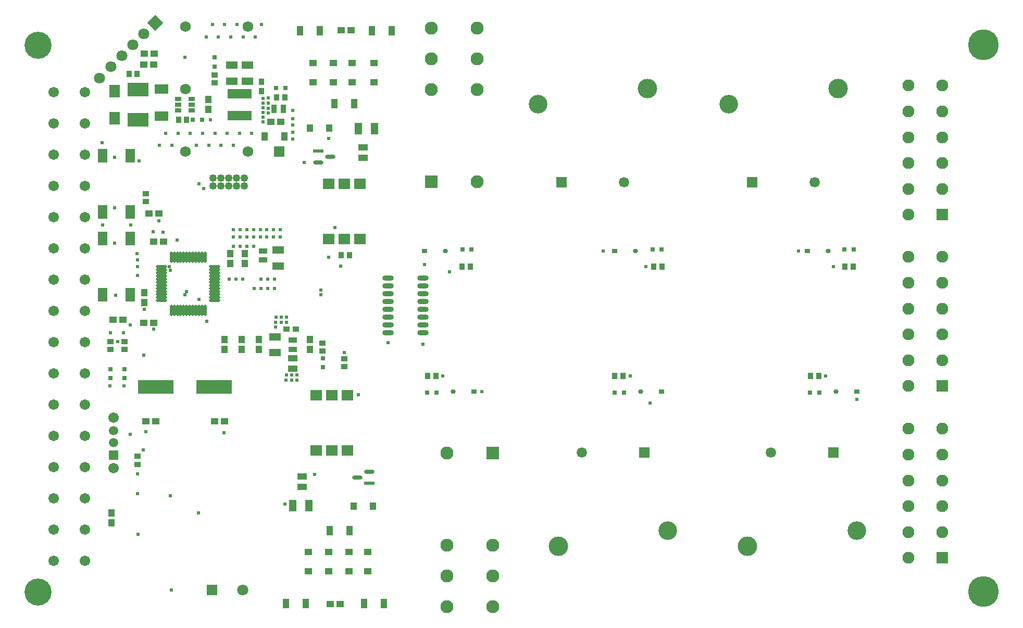
<source format=gts>
G04*
G04 #@! TF.GenerationSoftware,Altium Limited,Altium Designer,21.6.4 (81)*
G04*
G04 Layer_Color=8388736*
%FSLAX25Y25*%
%MOIN*%
G70*
G04*
G04 #@! TF.SameCoordinates,D5C6F8BD-756C-4CA3-9184-76241C2A0D58*
G04*
G04*
G04 #@! TF.FilePolarity,Negative*
G04*
G01*
G75*
%ADD20R,0.03985X0.04758*%
%ADD22R,0.03937X0.05906*%
%ADD25R,0.06530X0.02468*%
G04:AMPARAMS|DCode=26|XSize=65.3mil|YSize=24.68mil|CornerRadius=12.34mil|HoleSize=0mil|Usage=FLASHONLY|Rotation=180.000|XOffset=0mil|YOffset=0mil|HoleType=Round|Shape=RoundedRectangle|*
%AMROUNDEDRECTD26*
21,1,0.06530,0.00000,0,0,180.0*
21,1,0.04063,0.02468,0,0,180.0*
1,1,0.02468,-0.02031,0.00000*
1,1,0.02468,0.02031,0.00000*
1,1,0.02468,0.02031,0.00000*
1,1,0.02468,-0.02031,0.00000*
%
%ADD26ROUNDEDRECTD26*%
%ADD29R,0.04758X0.03985*%
%ADD38R,0.15748X0.05906*%
G04:AMPARAMS|DCode=40|XSize=31.82mil|YSize=29.22mil|CornerRadius=14.61mil|HoleSize=0mil|Usage=FLASHONLY|Rotation=0.000|XOffset=0mil|YOffset=0mil|HoleType=Round|Shape=RoundedRectangle|*
%AMROUNDEDRECTD40*
21,1,0.03182,0.00000,0,0,0.0*
21,1,0.00260,0.02922,0,0,0.0*
1,1,0.02922,0.00130,0.00000*
1,1,0.02922,-0.00130,0.00000*
1,1,0.02922,-0.00130,0.00000*
1,1,0.02922,0.00130,0.00000*
%
%ADD40ROUNDEDRECTD40*%
%ADD41R,0.03182X0.02922*%
%ADD42R,0.03150X0.03150*%
%ADD43R,0.03150X0.03150*%
%ADD45R,0.07087X0.08268*%
%ADD48R,0.05315X0.03740*%
%ADD49R,0.03740X0.05315*%
%ADD50R,0.03937X0.02756*%
%ADD51R,0.06312X0.09068*%
%ADD52R,0.07808X0.06784*%
%ADD53R,0.04147X0.03753*%
%ADD54R,0.06115X0.04147*%
%ADD55R,0.04540X0.04343*%
%ADD56R,0.04343X0.04540*%
%ADD57R,0.05131X0.07493*%
%ADD58R,0.03753X0.04147*%
%ADD59R,0.22847X0.09068*%
%ADD60O,0.01981X0.07296*%
%ADD61O,0.07296X0.01981*%
%ADD62O,0.07296X0.03359*%
%ADD63R,0.04147X0.03556*%
%ADD64R,0.03556X0.04147*%
%ADD65R,0.13202X0.08517*%
%ADD66R,0.04383X0.05603*%
%ADD67R,0.09068X0.06312*%
%ADD68R,0.07493X0.05131*%
%ADD69C,0.08280*%
%ADD70R,0.08280X0.08280*%
%ADD71C,0.11929*%
%ADD72C,0.12441*%
%ADD73C,0.06653*%
%ADD74R,0.06653X0.06653*%
%ADD75C,0.06800*%
%ADD76R,0.06800X0.06800*%
%ADD77C,0.06706*%
%ADD78C,0.17335*%
%ADD79R,0.07690X0.07690*%
%ADD80C,0.07690*%
%ADD81C,0.07099*%
%ADD82P,0.10040X4X270.0*%
%ADD83C,0.04934*%
%ADD84R,0.05950X0.05950*%
%ADD85C,0.05950*%
%ADD86C,0.19698*%
%ADD87R,0.07099X0.07099*%
%ADD88C,0.02375*%
D20*
X134000Y232000D02*
D03*
Y238314D02*
D03*
X143437Y232000D02*
D03*
Y238314D02*
D03*
X130425Y183157D02*
D03*
Y176843D02*
D03*
X152425Y183314D02*
D03*
Y177000D02*
D03*
X141425Y183314D02*
D03*
Y177000D02*
D03*
X79000Y213157D02*
D03*
Y206843D02*
D03*
X185000Y176843D02*
D03*
Y183157D02*
D03*
X120000Y330504D02*
D03*
Y336818D02*
D03*
X58000Y72314D02*
D03*
Y66000D02*
D03*
D22*
X210299Y61000D02*
D03*
X197701D02*
D03*
X232299Y14221D02*
D03*
X219701D02*
D03*
X169701D02*
D03*
X182299D02*
D03*
X200701Y334221D02*
D03*
X213299D02*
D03*
X178701Y381000D02*
D03*
X191299D02*
D03*
X237299D02*
D03*
X224701D02*
D03*
D25*
X222845Y91398D02*
D03*
X190155Y303823D02*
D03*
D26*
X222845Y98602D02*
D03*
X215155Y95000D02*
D03*
X190155Y296618D02*
D03*
X197845Y300221D02*
D03*
D29*
X197843Y14000D02*
D03*
X204157D02*
D03*
X211157Y381221D02*
D03*
X204843D02*
D03*
X159803Y322448D02*
D03*
X166117D02*
D03*
X78743Y359300D02*
D03*
X85057D02*
D03*
X85157Y366400D02*
D03*
X78843D02*
D03*
X78686Y194000D02*
D03*
X85000D02*
D03*
X91157Y246000D02*
D03*
X84843D02*
D03*
X86157Y131000D02*
D03*
X79843D02*
D03*
X123843D02*
D03*
X130157D02*
D03*
X65157Y196000D02*
D03*
X58843D02*
D03*
X88157Y264000D02*
D03*
X81843D02*
D03*
D38*
X140000Y326575D02*
D03*
Y340748D02*
D03*
D40*
X271614Y240000D02*
D03*
X276772Y150000D02*
D03*
X521772D02*
D03*
X396772D02*
D03*
X516614Y240000D02*
D03*
X393228D02*
D03*
D41*
X258386D02*
D03*
X290000Y150000D02*
D03*
X535000D02*
D03*
X410000D02*
D03*
X503386Y240000D02*
D03*
X380000D02*
D03*
D42*
X288402Y240870D02*
D03*
X282497D02*
D03*
X265889Y149130D02*
D03*
X259984D02*
D03*
X510889D02*
D03*
X504984D02*
D03*
X379984D02*
D03*
X385889D02*
D03*
X527047Y240870D02*
D03*
X532953D02*
D03*
X163277Y344387D02*
D03*
X169183D02*
D03*
X110047Y324000D02*
D03*
X115953D02*
D03*
X404111Y240870D02*
D03*
X410016D02*
D03*
D43*
X57130Y164398D02*
D03*
Y158492D02*
D03*
X66130Y164398D02*
D03*
Y158492D02*
D03*
X193200Y165447D02*
D03*
Y171353D02*
D03*
X124000Y363953D02*
D03*
Y358047D02*
D03*
D45*
X60000Y325000D02*
D03*
Y342323D02*
D03*
D48*
X154969Y240102D02*
D03*
Y234197D02*
D03*
X174000Y182953D02*
D03*
Y177047D02*
D03*
D49*
X162000Y331000D02*
D03*
X167905D02*
D03*
D50*
X109329Y337402D02*
D03*
Y333661D02*
D03*
Y329921D02*
D03*
X100671D02*
D03*
Y333661D02*
D03*
Y337402D02*
D03*
D51*
X69858Y247913D02*
D03*
Y212087D02*
D03*
X52142D02*
D03*
Y247913D02*
D03*
X69858Y265087D02*
D03*
Y300913D02*
D03*
X52142D02*
D03*
Y265087D02*
D03*
D52*
X209000Y112264D02*
D03*
X189000D02*
D03*
X199000D02*
D03*
X209000Y147736D02*
D03*
X189000D02*
D03*
X199000D02*
D03*
X197000Y282957D02*
D03*
X217000D02*
D03*
X207000D02*
D03*
X197000Y247484D02*
D03*
X217000D02*
D03*
X207000D02*
D03*
D53*
Y171000D02*
D03*
Y165882D02*
D03*
X74600Y103341D02*
D03*
Y108459D02*
D03*
X80000Y271441D02*
D03*
Y276559D02*
D03*
X57130Y176886D02*
D03*
Y182004D02*
D03*
X66130Y176886D02*
D03*
Y182004D02*
D03*
X193000Y181000D02*
D03*
Y175882D02*
D03*
X124000Y347441D02*
D03*
Y352559D02*
D03*
D54*
X180000Y95498D02*
D03*
Y89002D02*
D03*
X219000Y299722D02*
D03*
Y306218D02*
D03*
X174000Y171248D02*
D03*
Y164752D02*
D03*
D55*
X222000Y34799D02*
D03*
X222000Y47201D02*
D03*
X184000D02*
D03*
X184000Y34799D02*
D03*
X210000D02*
D03*
X210000Y47201D02*
D03*
X197000D02*
D03*
X197000Y34799D02*
D03*
X187000Y360421D02*
D03*
X187000Y348020D02*
D03*
X200000Y360421D02*
D03*
X200000Y348020D02*
D03*
X212000D02*
D03*
X212000Y360421D02*
D03*
X226000Y348020D02*
D03*
X226000Y360421D02*
D03*
D56*
X212799Y76698D02*
D03*
X225201Y76698D02*
D03*
X184799Y318522D02*
D03*
X197201Y318522D02*
D03*
D57*
X184118Y77000D02*
D03*
X173882D02*
D03*
X226118Y318221D02*
D03*
X215882D02*
D03*
D58*
X205000Y237221D02*
D03*
X210118D02*
D03*
X74418Y353400D02*
D03*
X69300D02*
D03*
X282441Y230000D02*
D03*
X287559D02*
D03*
X260441Y160000D02*
D03*
X265559D02*
D03*
X505441D02*
D03*
X510559D02*
D03*
X380000D02*
D03*
X385118D02*
D03*
X527441Y230000D02*
D03*
X532559D02*
D03*
X163671Y338387D02*
D03*
X168789D02*
D03*
X106000Y324000D02*
D03*
X100882D02*
D03*
X405000Y230000D02*
D03*
X410118D02*
D03*
D59*
X123701Y153000D02*
D03*
X86299D02*
D03*
D60*
X96173Y201972D02*
D03*
X98142D02*
D03*
X100110D02*
D03*
X102079D02*
D03*
X104047D02*
D03*
X106016D02*
D03*
X107984D02*
D03*
X109953D02*
D03*
X111921D02*
D03*
X113890D02*
D03*
X115858D02*
D03*
X117827D02*
D03*
Y236028D02*
D03*
X115858D02*
D03*
X113890D02*
D03*
X111921D02*
D03*
X109953D02*
D03*
X107984D02*
D03*
X106016D02*
D03*
X104047D02*
D03*
X102079D02*
D03*
X100110D02*
D03*
X98142D02*
D03*
X96173D02*
D03*
D61*
X124028Y208173D02*
D03*
Y210142D02*
D03*
Y212110D02*
D03*
Y214079D02*
D03*
Y216047D02*
D03*
Y218016D02*
D03*
Y219984D02*
D03*
Y221953D02*
D03*
Y223921D02*
D03*
Y225890D02*
D03*
Y227858D02*
D03*
Y229827D02*
D03*
X89972D02*
D03*
Y227858D02*
D03*
Y225890D02*
D03*
Y223921D02*
D03*
Y221953D02*
D03*
Y219984D02*
D03*
Y218016D02*
D03*
Y216047D02*
D03*
Y214079D02*
D03*
Y212110D02*
D03*
Y210142D02*
D03*
Y208173D02*
D03*
D62*
X234878Y222500D02*
D03*
Y217500D02*
D03*
Y212500D02*
D03*
Y207500D02*
D03*
Y202500D02*
D03*
Y197500D02*
D03*
Y192500D02*
D03*
Y187500D02*
D03*
X257122Y222500D02*
D03*
Y217500D02*
D03*
Y212500D02*
D03*
Y207500D02*
D03*
Y202500D02*
D03*
Y197500D02*
D03*
Y192500D02*
D03*
Y187500D02*
D03*
D63*
X169949Y190000D02*
D03*
X176051D02*
D03*
D64*
X154100Y348251D02*
D03*
Y342149D02*
D03*
D65*
X75000Y323996D02*
D03*
Y343327D02*
D03*
D66*
X155793Y313387D02*
D03*
X168667D02*
D03*
D67*
X90000Y326339D02*
D03*
Y343661D02*
D03*
D68*
X162589Y185061D02*
D03*
Y174824D02*
D03*
X164634Y240490D02*
D03*
Y230253D02*
D03*
X135000Y348543D02*
D03*
Y358780D02*
D03*
X145000Y348543D02*
D03*
Y358780D02*
D03*
D69*
X292032Y284256D02*
D03*
Y343311D02*
D03*
Y362996D02*
D03*
Y382681D02*
D03*
X262504D02*
D03*
Y362996D02*
D03*
Y343311D02*
D03*
X272504Y110744D02*
D03*
Y51689D02*
D03*
Y32004D02*
D03*
Y12319D02*
D03*
X302031D02*
D03*
Y32004D02*
D03*
Y51689D02*
D03*
D70*
X262504Y284256D02*
D03*
X302031Y110744D02*
D03*
D71*
X535032Y61000D02*
D03*
X414035Y61020D02*
D03*
X453024Y333980D02*
D03*
X330996D02*
D03*
D72*
X465031Y51000D02*
D03*
X344035Y51020D02*
D03*
X523024Y343980D02*
D03*
X400996D02*
D03*
D73*
X480031Y111000D02*
D03*
X359035Y111020D02*
D03*
X508024Y283980D02*
D03*
X385996D02*
D03*
D74*
X520031Y111000D02*
D03*
X399035Y111020D02*
D03*
X468024Y283980D02*
D03*
X345996D02*
D03*
D75*
X105200Y303600D02*
D03*
Y343600D02*
D03*
Y383600D02*
D03*
X145200Y303600D02*
D03*
Y383600D02*
D03*
D76*
X165200Y303600D02*
D03*
D77*
X20866Y41653D02*
D03*
Y61654D02*
D03*
Y81653D02*
D03*
Y101654D02*
D03*
Y121653D02*
D03*
Y141654D02*
D03*
Y161653D02*
D03*
Y181653D02*
D03*
Y201654D02*
D03*
Y221654D02*
D03*
Y241653D02*
D03*
Y261653D02*
D03*
Y281653D02*
D03*
Y301654D02*
D03*
Y321654D02*
D03*
Y341653D02*
D03*
X40866Y41653D02*
D03*
Y61654D02*
D03*
Y81653D02*
D03*
Y101654D02*
D03*
Y121653D02*
D03*
Y141654D02*
D03*
Y161653D02*
D03*
Y181653D02*
D03*
Y201654D02*
D03*
Y221654D02*
D03*
Y241653D02*
D03*
Y261653D02*
D03*
Y281653D02*
D03*
Y301654D02*
D03*
Y321654D02*
D03*
Y341653D02*
D03*
X59400Y101058D02*
D03*
Y133342D02*
D03*
D78*
X10866Y371654D02*
D03*
Y21654D02*
D03*
D79*
X589653Y43465D02*
D03*
Y263142D02*
D03*
Y153465D02*
D03*
D80*
X568000Y43465D02*
D03*
X589653Y60000D02*
D03*
X568000D02*
D03*
X589653Y76535D02*
D03*
X568000D02*
D03*
X589653Y93071D02*
D03*
X568000D02*
D03*
X589653Y109606D02*
D03*
X568000D02*
D03*
X589653Y126142D02*
D03*
X568000D02*
D03*
Y263142D02*
D03*
X589653Y279677D02*
D03*
X568000D02*
D03*
X589653Y296213D02*
D03*
X568000D02*
D03*
X589653Y312748D02*
D03*
X568000D02*
D03*
X589653Y329283D02*
D03*
X568000D02*
D03*
X589653Y345819D02*
D03*
X568000D02*
D03*
Y236142D02*
D03*
X589653D02*
D03*
X568000Y219606D02*
D03*
X589653D02*
D03*
X568000Y203071D02*
D03*
X589653D02*
D03*
X568000Y186535D02*
D03*
X589653D02*
D03*
X568000Y170000D02*
D03*
X589653D02*
D03*
X568000Y153465D02*
D03*
D81*
X50422Y350722D02*
D03*
X57493Y357793D02*
D03*
X71636Y371936D02*
D03*
X78707Y379007D02*
D03*
X64565Y364864D02*
D03*
X141842Y23000D02*
D03*
D82*
X85778Y386078D02*
D03*
D83*
X123000Y281500D02*
D03*
Y286500D02*
D03*
X128000Y281500D02*
D03*
X133000D02*
D03*
X128000Y286500D02*
D03*
X133000D02*
D03*
X138000Y281500D02*
D03*
X143000D02*
D03*
X138000Y286500D02*
D03*
X143000D02*
D03*
D84*
X59400Y109326D02*
D03*
D85*
Y117200D02*
D03*
Y125074D02*
D03*
D86*
X615866Y371850D02*
D03*
Y21850D02*
D03*
D87*
X122158Y23000D02*
D03*
D88*
X148857Y253728D02*
D03*
Y249000D02*
D03*
X60600Y211700D02*
D03*
X70300Y256600D02*
D03*
X174000Y330000D02*
D03*
Y324500D02*
D03*
Y320500D02*
D03*
Y316000D02*
D03*
Y311500D02*
D03*
X258400Y231200D02*
D03*
X497500Y240000D02*
D03*
X74500Y229900D02*
D03*
X60000Y245000D02*
D03*
X79000Y202496D02*
D03*
X70000Y192500D02*
D03*
X65600Y187700D02*
D03*
X70000Y122500D02*
D03*
X85000Y190000D02*
D03*
X60000Y300000D02*
D03*
X51800Y309400D02*
D03*
X100000Y247000D02*
D03*
X84700Y252400D02*
D03*
X88300Y259300D02*
D03*
X95000Y230000D02*
D03*
X74500Y234425D02*
D03*
X74400Y238400D02*
D03*
X60000Y267500D02*
D03*
X75750Y297650D02*
D03*
X128070Y307500D02*
D03*
X120196D02*
D03*
X520000Y230000D02*
D03*
X372500Y240000D02*
D03*
X400000Y230000D02*
D03*
X274163Y226663D02*
D03*
X390000Y160000D02*
D03*
X402500Y142500D02*
D03*
X535000Y145000D02*
D03*
X269800Y160000D02*
D03*
X295000Y150000D02*
D03*
X515000Y160000D02*
D03*
X257122Y180122D02*
D03*
X234878Y181122D02*
D03*
X105997Y214003D02*
D03*
X104983Y211965D02*
D03*
X114051Y209051D02*
D03*
X192000Y215000D02*
D03*
Y212000D02*
D03*
X137714Y222000D02*
D03*
X162286D02*
D03*
X153714D02*
D03*
X158000D02*
D03*
X142000D02*
D03*
X133429D02*
D03*
X162286Y216000D02*
D03*
X158000D02*
D03*
X149429D02*
D03*
X153714D02*
D03*
X157429Y253728D02*
D03*
X153143D02*
D03*
X166000D02*
D03*
X161714D02*
D03*
X136000D02*
D03*
X140286D02*
D03*
X144571D02*
D03*
X140286Y249000D02*
D03*
X144571D02*
D03*
X136000D02*
D03*
X157429D02*
D03*
X153143D02*
D03*
X161714D02*
D03*
X166000D02*
D03*
X140286Y243000D02*
D03*
X136000D02*
D03*
X148857D02*
D03*
X144571D02*
D03*
X114000Y283000D02*
D03*
X117000Y280000D02*
D03*
X201000Y255000D02*
D03*
X188000Y97000D02*
D03*
X169000Y78000D02*
D03*
X207000Y175000D02*
D03*
X216000Y148000D02*
D03*
X96300Y23000D02*
D03*
X118800Y194800D02*
D03*
X95600Y83200D02*
D03*
X113500Y72200D02*
D03*
X95500Y227700D02*
D03*
X57200Y187600D02*
D03*
X74500Y84600D02*
D03*
X79800Y124300D02*
D03*
X74500Y97300D02*
D03*
X57100Y153600D02*
D03*
X75100Y58700D02*
D03*
X65900Y153700D02*
D03*
X96574Y307500D02*
D03*
X88700D02*
D03*
X92637Y315374D02*
D03*
X100511D02*
D03*
X112322Y307500D02*
D03*
X116259Y315374D02*
D03*
X108385D02*
D03*
X124133D02*
D03*
X132007D02*
D03*
X121300Y324000D02*
D03*
X104900Y363800D02*
D03*
X126426Y377000D02*
D03*
X204500Y230200D02*
D03*
X197000Y235900D02*
D03*
X139881Y315374D02*
D03*
X181418Y296618D02*
D03*
X197100Y311800D02*
D03*
X91000Y252100D02*
D03*
X61900Y182000D02*
D03*
X74600Y224400D02*
D03*
X78500Y173400D02*
D03*
X78300Y112700D02*
D03*
X130000Y123500D02*
D03*
X169800Y160600D02*
D03*
X173250D02*
D03*
X176700D02*
D03*
X173250Y157400D02*
D03*
X169700D02*
D03*
X176700D02*
D03*
X163000Y191200D02*
D03*
X170100Y194400D02*
D03*
X163100D02*
D03*
X166650D02*
D03*
X170100Y197600D02*
D03*
X166650D02*
D03*
X163200D02*
D03*
X158300Y328242D02*
D03*
X154800Y328549D02*
D03*
X158300Y331428D02*
D03*
X154800Y331599D02*
D03*
Y322448D02*
D03*
Y325499D02*
D03*
Y334650D02*
D03*
X158300Y337800D02*
D03*
Y334614D02*
D03*
X154800Y337700D02*
D03*
X147755Y315374D02*
D03*
X135944Y307500D02*
D03*
X153985Y384874D02*
D03*
X150048Y377000D02*
D03*
X142174D02*
D03*
X138237Y384874D02*
D03*
X134300Y377000D02*
D03*
X130363Y384874D02*
D03*
X122489D02*
D03*
X118552Y377000D02*
D03*
X52200Y256500D02*
D03*
M02*

</source>
